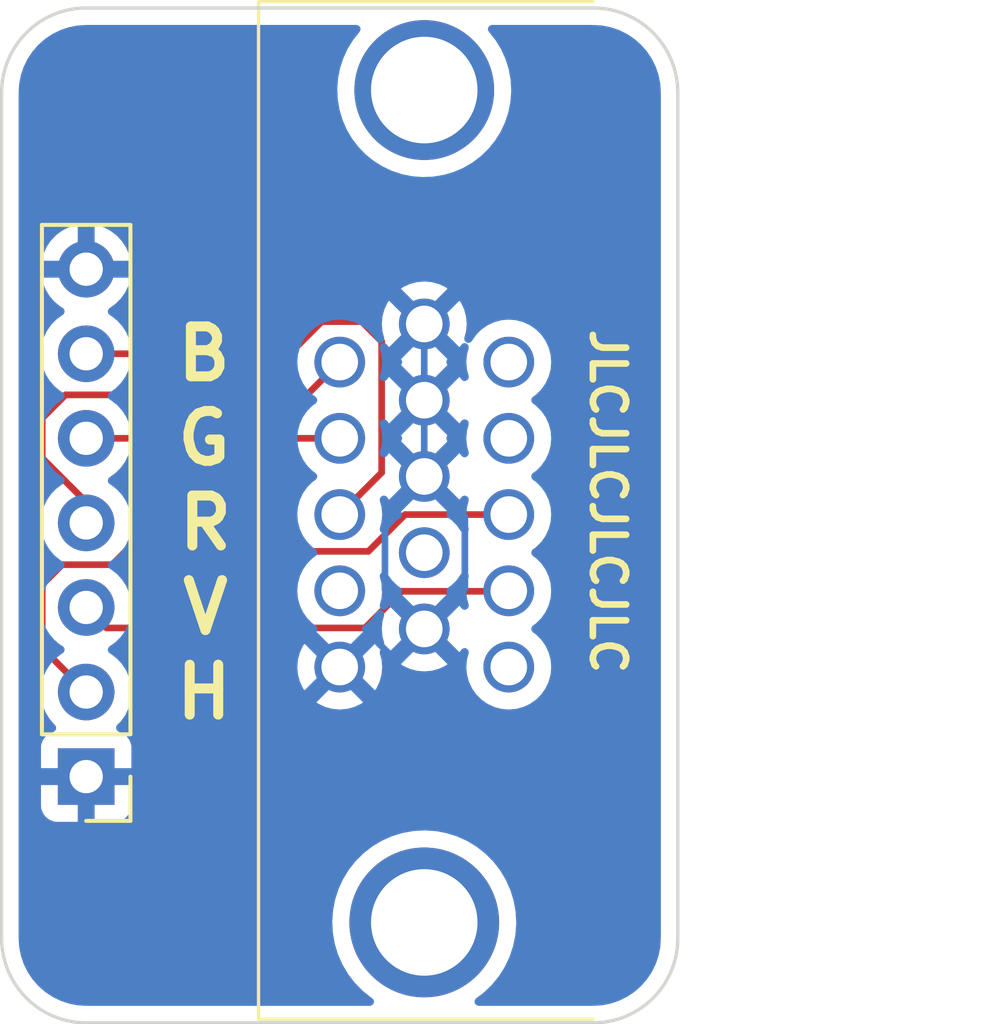
<source format=kicad_pcb>
(kicad_pcb (version 20221018) (generator pcbnew)
  (layers (0 "F.Cu" signal) (31 "B.Cu" signal) (34 "B.Paste" user) (35 "F.Paste" user) (36 "B.SilkS" user "B.Silkscreen") (37 "F.SilkS" user "F.Silkscreen") (38 "B.Mask" user) (39 "F.Mask" user) (44 "Edge.Cuts" user))
  (net 0 "")
  (net 1 "/RED")
  (net 2 "/GRN")
  (net 3 "/BLU")
  (net 5 "/GND")
  (net 9 "/HSYNC")
  (net 10 "/VSYNC")
  (footprint "Connector_PinHeader_2.54mm:PinHeader_1x07_P2.54mm_Vertical" (layer "F.Cu") (at 147.32 66.265 180)
    (fp_text reference "J1" hide)
    (fp_text value "Conn_01x07" hide)
    (fp_line (start -1.33 -1.33) (end 0 -1.33) (stroke (width 0.12)) (layer "F.SilkS"))
    (fp_line (start -1.33 0) (end -1.33 -1.33) (stroke (width 0.12)) (layer "F.SilkS"))
    (fp_line (start -1.33 1.27) (end -1.33 16.57) (stroke (width 0.12)) (layer "F.SilkS"))
    (fp_line (start -1.33 1.27) (end 1.33 1.27) (stroke (width 0.12)) (layer "F.SilkS"))
    (fp_line (start -1.33 16.57) (end 1.33 16.57) (stroke (width 0.12)) (layer "F.SilkS"))
    (fp_line (start 1.33 1.27) (end 1.33 16.57) (stroke (width 0.12)) (layer "F.SilkS"))
    (pad "1" thru_hole rect (at 0 0 180) (size 1.7 1.7) (drill 1) (layers "*.Cu" "*.Mask") (net 5 "/GND"))
    (pad "2" thru_hole oval (at 0 2.54 180) (size 1.7 1.7) (drill 1) (layers "*.Cu" "*.Mask") (net 9 "/HSYNC"))
    (pad "3" thru_hole oval (at 0 5.08 180) (size 1.7 1.7) (drill 1) (layers "*.Cu" "*.Mask") (net 10 "/VSYNC"))
    (pad "4" thru_hole oval (at 0 7.62 180) (size 1.7 1.7) (drill 1) (layers "*.Cu" "*.Mask") (net 1 "/RED"))
    (pad "5" thru_hole oval (at 0 10.16 180) (size 1.7 1.7) (drill 1) (layers "*.Cu" "*.Mask") (net 2 "/GRN"))
    (pad "6" thru_hole oval (at 0 12.7 180) (size 1.7 1.7) (drill 1) (layers "*.Cu" "*.Mask") (net 3 "/BLU"))
    (pad "7" thru_hole oval (at 0 15.24 180) (size 1.7 1.7) (drill 1) (layers "*.Cu" "*.Mask") (net 5 "/GND"))
  )
  (footprint "AAA Library:Connector_VGA_F" (layer "F.Cu") (at 160.02 58.395 90)
    (fp_text reference "J2" hide)
    (fp_text value "DB15_Female_HighDensity" hide)
    (fp_line (start -15.155 -7.52) (end -15.155 2.54) (stroke (width 0.1)) (layer "F.SilkS"))
    (fp_line (start -15.155 -7.52) (end 15.405 -7.52) (stroke (width 0.1)) (layer "F.SilkS"))
    (fp_line (start 15.405 2.54) (end 15.405 -7.52) (stroke (width 0.1)) (layer "F.SilkS"))
    (pad "1" thru_hole circle (at 4.58 -5.08 90) (size 1.524 1.524) (drill 1.1) (layers "*.Cu" "*.Mask") (net 1 "/RED"))
    (pad "2" thru_hole circle (at 2.29 -5.08 90) (size 1.524 1.524) (drill 1.1) (layers "*.Cu" "*.Mask") (net 2 "/GRN"))
    (pad "3" thru_hole circle (at 0 -5.08 90) (size 1.524 1.524) (drill 1.1) (layers "*.Cu" "*.Mask") (net 3 "/BLU"))
    (pad "4" thru_hole circle (at -2.29 -5.08 90) (size 1.524 1.524) (drill 1.1) (layers "*.Cu" "*.Mask"))
    (pad "5" thru_hole circle (at -4.58 -5.08 90) (size 1.524 1.524) (drill 1.1) (layers "*.Cu" "*.Mask") (net 5 "/GND"))
    (pad "6" thru_hole circle (at 5.725 -2.54 90) (size 1.524 1.524) (drill 1.1) (layers "*.Cu" "*.Mask") (net 5 "/GND"))
    (pad "7" thru_hole circle (at 3.435 -2.54 90) (size 1.524 1.524) (drill 1.1) (layers "*.Cu" "*.Mask") (net 5 "/GND"))
    (pad "8" thru_hole circle (at 1.145 -2.54 90) (size 1.524 1.524) (drill 1.1) (layers "*.Cu" "*.Mask") (net 5 "/GND"))
    (pad "9" thru_hole circle (at -1.145 -2.54 90) (size 1.524 1.524) (drill 1.1) (layers "*.Cu" "*.Mask"))
    (pad "10" thru_hole circle (at -3.435 -2.54 90) (size 1.524 1.524) (drill 1.1) (layers "*.Cu" "*.Mask") (net 5 "/GND"))
    (pad "11" thru_hole circle (at 4.58 0 90) (size 1.524 1.524) (drill 1.1) (layers "*.Cu" "*.Mask"))
    (pad "12" thru_hole circle (at 2.29 0 90) (size 1.524 1.524) (drill 1.1) (layers "*.Cu" "*.Mask"))
    (pad "13" thru_hole circle (at 0 0 90) (size 1.524 1.524) (drill 1.1) (layers "*.Cu" "*.Mask") (net 9 "/HSYNC"))
    (pad "14" thru_hole circle (at -2.29 0 90) (size 1.524 1.524) (drill 1.1) (layers "*.Cu" "*.Mask") (net 10 "/VSYNC"))
    (pad "15" thru_hole circle (at -4.58 0 90) (size 1.524 1.524) (drill 1.1) (layers "*.Cu" "*.Mask"))
    (pad "16" thru_hole circle (at -12.25 -2.54 90) (size 4.5 4.5) (drill 3.2) (layers "*.Cu" "*.Mask"))
    (pad "17" thru_hole circle (at 12.75 -2.54 90) (size 4.2 4.2) (drill 3.2) (layers "*.Cu" "*.Mask"))
  )
  (gr_line (start 147.32 43.18) (end 162.56 43.18) (stroke (width 0.1)) (layer "Edge.Cuts"))
  (gr_arc (start 162.56 43.18) (mid 164.356051 43.923949) (end 165.1 45.72) (stroke (width 0.1)) (layer "Edge.Cuts"))
  (gr_line (start 165.1 45.72) (end 165.1 71.12) (stroke (width 0.1)) (layer "Edge.Cuts"))
  (gr_line (start 162.56 73.66) (end 147.32 73.66) (stroke (width 0.1)) (layer "Edge.Cuts"))
  (gr_arc (start 147.32 73.66) (mid 145.523949 72.916051) (end 144.78 71.12) (stroke (width 0.1)) (layer "Edge.Cuts"))
  (gr_arc (start 144.78 45.72) (mid 145.523949 43.923949) (end 147.32 43.18) (stroke (width 0.1)) (layer "Edge.Cuts"))
  (gr_line (start 144.78 71.12) (end 144.78 45.72) (stroke (width 0.1)) (layer "Edge.Cuts"))
  (gr_arc (start 165.1 71.12) (mid 164.356051 72.916051) (end 162.56 73.66) (stroke (width 0.1)) (layer "Edge.Cuts"))
  (gr_text "B" (at 150.86 53.565) (layer "F.SilkS") (effects (font (size 1.5 1.5) (thickness 0.3))))
  (gr_text "H" (at 150.86 63.725) (layer "F.SilkS") (effects (font (size 1.5 1.5) (thickness 0.3))))
  (gr_text "R" (at 150.90375 58.645) (layer "F.SilkS") (effects (font (size 1.5 1.5) (thickness 0.3))))
  (gr_text "JLCJLCJLCJLC" (at 163 58 270) (layer "F.SilkS") (effects (font (size 1 1) (thickness 0.2))))
  (gr_text "V" (at 150.90375 61.185) (layer "F.SilkS") (effects (font (size 1.5 1.5) (thickness 0.3))))
  (gr_text "G" (at 150.86 56.105) (layer "F.SilkS") (effects (font (size 1.5 1.5) (thickness 0.3))))
  (segment (start 153.955 54.8) (end 154.94 53.815) (width 0.2) (layer "F.Cu") (net 1))
  (segment (start 146.7 54.8) (end 153.955 54.8) (width 0.2) (layer "F.Cu") (net 1))
  (segment (start 147.32 58.645) (end 147.32 58.02) (width 0.2) (layer "F.Cu") (net 1))
  (segment (start 146 55.5) (end 146.7 54.8) (width 0.2) (layer "F.Cu") (net 1))
  (segment (start 146 56.7) (end 146 55.5) (width 0.2) (layer "F.Cu") (net 1))
  (segment (start 147.32 58.02) (end 146 56.7) (width 0.2) (layer "F.Cu") (net 1))
  (segment (start 147.32 56.105) (end 154.94 56.105) (width 0.2) (layer "F.Cu") (net 2))
  (segment (start 154.4 52.6) (end 155.6 52.6) (width 0.2) (layer "F.Cu") (net 3))
  (segment (start 156.2 53.2) (end 156.2 57.135) (width 0.2) (layer "F.Cu") (net 3))
  (segment (start 156.2 57.135) (end 154.94 58.395) (width 0.2) (layer "F.Cu") (net 3))
  (segment (start 147.32 53.565) (end 153.435 53.565) (width 0.2) (layer "F.Cu") (net 3))
  (segment (start 153.435 53.565) (end 154.4 52.6) (width 0.2) (layer "F.Cu") (net 3))
  (segment (start 155.6 52.6) (end 156.2 53.2) (width 0.2) (layer "F.Cu") (net 3))
  (segment (start 155.815 62.1) (end 155.95 62.1) (width 0.2) (layer "B.Cu") (net 5))
  (segment (start 157.48 57.25) (end 158.7 58.47) (width 0.2) (layer "B.Cu") (net 5))
  (segment (start 158.7 58.47) (end 158.7 60.61) (width 0.2) (layer "B.Cu") (net 5))
  (segment (start 157.48 61.83) (end 156.3 60.65) (width 0.2) (layer "B.Cu") (net 5))
  (segment (start 157.48 57.42) (end 157.48 52.67) (width 0.2) (layer "B.Cu") (net 5))
  (segment (start 156.66 62.65) (end 157.48 61.83) (width 0.2) (layer "B.Cu") (net 5))
  (segment (start 156.3 58.6) (end 157.48 57.42) (width 0.2) (layer "B.Cu") (net 5))
  (segment (start 155.95 62.1) (end 156.5 62.65) (width 0.2) (layer "B.Cu") (net 5))
  (segment (start 158.7 60.61) (end 157.48 61.83) (width 0.2) (layer "B.Cu") (net 5))
  (segment (start 154.94 62.975) (end 155.815 62.1) (width 0.2) (layer "B.Cu") (net 5))
  (segment (start 156.5 62.65) (end 156.66 62.65) (width 0.2) (layer "B.Cu") (net 5))
  (segment (start 156.3 60.65) (end 156.3 58.6) (width 0.2) (layer "B.Cu") (net 5))
  (segment (start 147.32 63.725) (end 146 62.405) (width 0.2) (layer "F.Cu") (net 9))
  (segment (start 146 62.405) (end 146 60.5) (width 0.2) (layer "F.Cu") (net 9))
  (segment (start 148.1 59.9) (end 148.5 59.5) (width 0.2) (layer "F.Cu") (net 9))
  (segment (start 146.6 59.9) (end 148.1 59.9) (width 0.2) (layer "F.Cu") (net 9))
  (segment (start 156.905 58.395) (end 160.02 58.395) (width 0.2) (layer "F.Cu") (net 9))
  (segment (start 146 60.5) (end 146.6 59.9) (width 0.2) (layer "F.Cu") (net 9))
  (segment (start 148.5 59.5) (end 155.8 59.5) (width 0.2) (layer "F.Cu") (net 9))
  (segment (start 155.8 59.5) (end 156.905 58.395) (width 0.2) (layer "F.Cu") (net 9))
  (segment (start 147.935 61.8) (end 155.7 61.8) (width 0.2) (layer "F.Cu") (net 10))
  (segment (start 160.005 60.7) (end 160.02 60.685) (width 0.2) (layer "F.Cu") (net 10))
  (segment (start 155.7 61.8) (end 156.8 60.7) (width 0.2) (layer "F.Cu") (net 10))
  (segment (start 147.32 61.185) (end 147.935 61.8) (width 0.2) (layer "F.Cu") (net 10))
  (segment (start 156.8 60.7) (end 160.005 60.7) (width 0.2) (layer "F.Cu") (net 10))
  (zone (net 5) (net_name "/GND") (layer "B.Cu") (connect_pads (clearance 0.508)) (min_thickness 0.254) (fill yes (thermal_gap 0.508) (thermal_bridge_width 0.508))
    (polygon (pts (xy 165.1 73.66) (xy 144.78 73.66) (xy 144.78 43.18) (xy 165.1 43.18)))
  )
)
</source>
